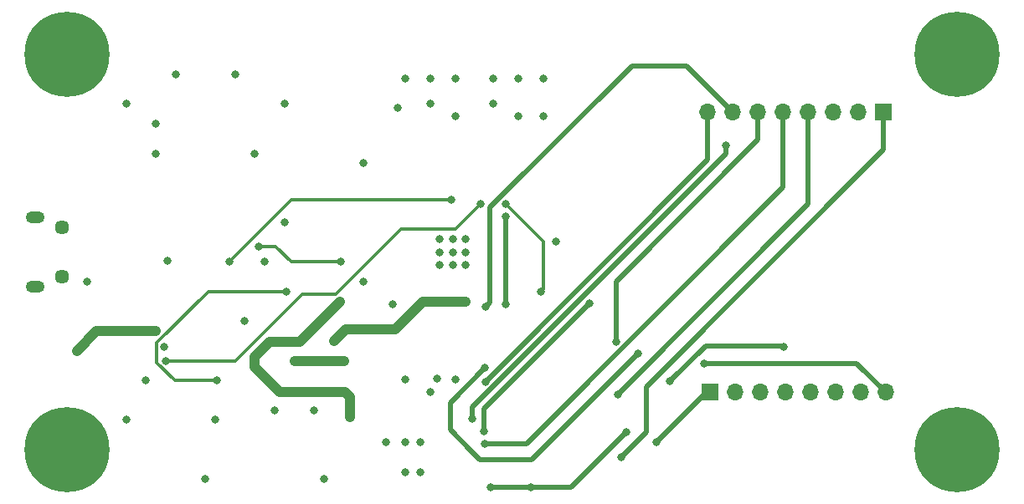
<source format=gbr>
%TF.GenerationSoftware,KiCad,Pcbnew,(5.1.9)-1*%
%TF.CreationDate,2021-03-29T12:12:37-04:00*%
%TF.ProjectId,EEG,4545472e-6b69-4636-9164-5f7063625858,rev?*%
%TF.SameCoordinates,Original*%
%TF.FileFunction,Copper,L4,Bot*%
%TF.FilePolarity,Positive*%
%FSLAX46Y46*%
G04 Gerber Fmt 4.6, Leading zero omitted, Abs format (unit mm)*
G04 Created by KiCad (PCBNEW (5.1.9)-1) date 2021-03-29 12:12:37*
%MOMM*%
%LPD*%
G01*
G04 APERTURE LIST*
%TA.AperFunction,ComponentPad*%
%ADD10C,0.900000*%
%TD*%
%TA.AperFunction,ComponentPad*%
%ADD11C,8.600000*%
%TD*%
%TA.AperFunction,ComponentPad*%
%ADD12C,1.450000*%
%TD*%
%TA.AperFunction,ComponentPad*%
%ADD13O,1.900000X1.200000*%
%TD*%
%TA.AperFunction,ComponentPad*%
%ADD14R,1.700000X1.700000*%
%TD*%
%TA.AperFunction,ComponentPad*%
%ADD15O,1.700000X1.700000*%
%TD*%
%TA.AperFunction,ViaPad*%
%ADD16C,0.800000*%
%TD*%
%TA.AperFunction,Conductor*%
%ADD17C,1.000000*%
%TD*%
%TA.AperFunction,Conductor*%
%ADD18C,0.500000*%
%TD*%
%TA.AperFunction,Conductor*%
%ADD19C,0.300000*%
%TD*%
G04 APERTURE END LIST*
D10*
%TO.P,H1,1*%
%TO.N,GND*%
X110280419Y-67719581D03*
X108000000Y-66775000D03*
X105719581Y-67719581D03*
X104775000Y-70000000D03*
X105719581Y-72280419D03*
X108000000Y-73225000D03*
X110280419Y-72280419D03*
X111225000Y-70000000D03*
D11*
X108000000Y-70000000D03*
%TD*%
D12*
%TO.P,J1,6*%
%TO.N,Net-(J1-Pad6)*%
X107462500Y-87500000D03*
X107462500Y-92500000D03*
D13*
X104762500Y-86500000D03*
X104762500Y-93500000D03*
%TD*%
D10*
%TO.P,H4,1*%
%TO.N,GND*%
X110280419Y-107719581D03*
X108000000Y-106775000D03*
X105719581Y-107719581D03*
X104775000Y-110000000D03*
X105719581Y-112280419D03*
X108000000Y-113225000D03*
X110280419Y-112280419D03*
X111225000Y-110000000D03*
D11*
X108000000Y-110000000D03*
%TD*%
D10*
%TO.P,H3,1*%
%TO.N,GND*%
X200280419Y-67719581D03*
X198000000Y-66775000D03*
X195719581Y-67719581D03*
X194775000Y-70000000D03*
X195719581Y-72280419D03*
X198000000Y-73225000D03*
X200280419Y-72280419D03*
X201225000Y-70000000D03*
D11*
X198000000Y-70000000D03*
%TD*%
D10*
%TO.P,H2,1*%
%TO.N,GND*%
X200280419Y-107719581D03*
X198000000Y-106775000D03*
X195719581Y-107719581D03*
X194775000Y-110000000D03*
X195719581Y-112280419D03*
X198000000Y-113225000D03*
X200280419Y-112280419D03*
X201225000Y-110000000D03*
D11*
X198000000Y-110000000D03*
%TD*%
D14*
%TO.P,J2,1*%
%TO.N,DIG4*%
X173000000Y-104200000D03*
D15*
%TO.P,J2,2*%
%TO.N,DIG6*%
X175540000Y-104200000D03*
%TO.P,J2,3*%
%TO.N,SEGA*%
X178080000Y-104200000D03*
%TO.P,J2,4*%
%TO.N,SEGB*%
X180620000Y-104200000D03*
%TO.P,J2,5*%
%TO.N,DIG7*%
X183160000Y-104200000D03*
%TO.P,J2,6*%
%TO.N,SEGD*%
X185700000Y-104200000D03*
%TO.P,J2,7*%
%TO.N,DIG5*%
X188240000Y-104200000D03*
%TO.P,J2,8*%
%TO.N,DIG2*%
X190780000Y-104200000D03*
%TD*%
%TO.P,J3,8*%
%TO.N,SEGG*%
X172820000Y-75800000D03*
%TO.P,J3,7*%
%TO.N,SEGF*%
X175360000Y-75800000D03*
%TO.P,J3,6*%
%TO.N,DIG1*%
X177900000Y-75800000D03*
%TO.P,J3,5*%
%TO.N,SEGDP*%
X180440000Y-75800000D03*
%TO.P,J3,4*%
%TO.N,DIG3*%
X182980000Y-75800000D03*
%TO.P,J3,3*%
%TO.N,SEGE*%
X185520000Y-75800000D03*
%TO.P,J3,2*%
%TO.N,SEGC*%
X188060000Y-75800000D03*
D14*
%TO.P,J3,1*%
%TO.N,DIG0*%
X190600000Y-75800000D03*
%TD*%
D16*
%TO.N,GND*%
X110000000Y-93000000D03*
X116000000Y-103000000D03*
X117835680Y-99560380D03*
X114000000Y-107000000D03*
X122000000Y-113000000D03*
X123000000Y-107000000D03*
X134000000Y-113000000D03*
X133000000Y-106000000D03*
X129000000Y-106000000D03*
X125969669Y-96969669D03*
X128000000Y-91000000D03*
X114000000Y-75000000D03*
X119000000Y-72000000D03*
X130000000Y-75000000D03*
X138000000Y-81000000D03*
X117000000Y-77000000D03*
X144780000Y-74930000D03*
X144780000Y-72390000D03*
X151130000Y-74930000D03*
X151130000Y-72390000D03*
X156210000Y-76200000D03*
X156210000Y-72390000D03*
X157480000Y-88900000D03*
X140970000Y-95250000D03*
X142240000Y-102870000D03*
X164592000Y-108204000D03*
X150876000Y-113792000D03*
X143764000Y-112268000D03*
X142240000Y-112268000D03*
X154900000Y-113792000D03*
X118200000Y-90900000D03*
X147000000Y-90000000D03*
X148300000Y-90000000D03*
X145700000Y-90000000D03*
X145700000Y-91300000D03*
X147000000Y-91300000D03*
X148300000Y-91300000D03*
X145700000Y-88700000D03*
X147000000Y-88700000D03*
X148300000Y-88700000D03*
%TO.N,+3V3*%
X109000000Y-100000000D03*
X138000000Y-93000000D03*
X125000000Y-72000000D03*
X117000000Y-80000000D03*
X127000000Y-80000000D03*
X130000000Y-87000000D03*
X117000000Y-98000000D03*
X141437500Y-75397500D03*
X142240000Y-72390000D03*
X147320000Y-76200000D03*
X147320000Y-72390000D03*
X153670000Y-76200000D03*
X153670000Y-72390000D03*
X144780000Y-104140000D03*
X147320000Y-102870000D03*
X143764000Y-109220000D03*
X142240000Y-109220000D03*
X140250000Y-109250000D03*
X145400000Y-102800000D03*
%TO.N,EN*%
X135636000Y-94996000D03*
X136652000Y-106680000D03*
%TO.N,SEGDP*%
X150225000Y-109425000D03*
%TO.N,SEGB*%
X150250000Y-101750000D03*
X165750000Y-100250000D03*
%TO.N,SEGC*%
X149025000Y-106900000D03*
X174675000Y-79225000D03*
%TO.N,SEGE*%
X150175000Y-108175000D03*
X160800000Y-95225000D03*
%TO.N,SEGF*%
X150368000Y-95504000D03*
%TO.N,SEGG*%
X150368000Y-103124000D03*
%TO.N,DIG0*%
X164084000Y-110744000D03*
%TO.N,DIG1*%
X163576000Y-99060000D03*
%TO.N,DIG2*%
X172400000Y-101300000D03*
%TO.N,DIG3*%
X163700000Y-104400000D03*
%TO.N,DIG4*%
X167640000Y-109220000D03*
%TO.N,DIG7*%
X169000000Y-103100000D03*
X180500000Y-99600000D03*
%TO.N,Net-(Q1-Pad2)*%
X131000000Y-101000000D03*
X136100000Y-101000000D03*
%TO.N,IO0*%
X135000000Y-99000000D03*
X148336000Y-94996000D03*
%TO.N,Net-(Q2-Pad1)*%
X123200000Y-103000000D03*
X130200000Y-94000000D03*
%TO.N,TXD*%
X146900000Y-84700000D03*
X124400000Y-91000000D03*
%TO.N,RXD*%
X118000000Y-101000000D03*
X149860000Y-85090000D03*
%TO.N,Sclk*%
X152400000Y-86360000D03*
X152400000Y-95250000D03*
%TO.N,Data*%
X152404081Y-85094081D03*
X155956000Y-93980000D03*
%TO.N,Net-(D3-Pad2)*%
X135700000Y-91000000D03*
X127400000Y-89400000D03*
%TD*%
D17*
%TO.N,GND*%
X108000000Y-110000000D02*
X111000000Y-110000000D01*
D18*
X159004000Y-113792000D02*
X150876000Y-113792000D01*
X164592000Y-108204000D02*
X159004000Y-113792000D01*
D17*
%TO.N,+3V3*%
X111000000Y-98000000D02*
X109000000Y-100000000D01*
X117000000Y-98000000D02*
X111000000Y-98000000D01*
%TO.N,EN*%
X131531999Y-99100001D02*
X128483999Y-99100001D01*
X135636000Y-94996000D02*
X131531999Y-99100001D01*
X128483999Y-99100001D02*
X127000000Y-100584000D01*
X127000000Y-100584000D02*
X127000000Y-101600000D01*
X127000000Y-101600000D02*
X129540000Y-104140000D01*
X129540000Y-104140000D02*
X136144000Y-104140000D01*
X136144000Y-104140000D02*
X136652000Y-104648000D01*
X136652000Y-104648000D02*
X136652000Y-106680000D01*
D18*
%TO.N,SEGDP*%
X180440000Y-83454002D02*
X180440000Y-75800000D01*
X154469002Y-109425000D02*
X180440000Y-83454002D01*
X150225000Y-109425000D02*
X154469002Y-109425000D01*
%TO.N,SEGB*%
X150250000Y-101750000D02*
X146750000Y-105250000D01*
X146750000Y-105250000D02*
X146750000Y-108000000D01*
X146750000Y-108000000D02*
X149025001Y-110275001D01*
X149025001Y-110275001D02*
X149750000Y-111000000D01*
X155000000Y-111000000D02*
X165750000Y-100250000D01*
X149750000Y-111000000D02*
X155000000Y-111000000D01*
%TO.N,SEGC*%
X174675000Y-80075002D02*
X174675000Y-79225000D01*
X149025000Y-105725002D02*
X174675000Y-80075002D01*
X149025000Y-106900000D02*
X149025000Y-105725002D01*
%TO.N,SEGE*%
X150175000Y-105850000D02*
X160800000Y-95225000D01*
X150175000Y-108175000D02*
X150175000Y-105850000D01*
%TO.N,SEGF*%
X150767999Y-85472161D02*
X165120160Y-71120000D01*
X150767999Y-95104001D02*
X150767999Y-85472161D01*
X150368000Y-95504000D02*
X150767999Y-95104001D01*
X170680000Y-71120000D02*
X175360000Y-75800000D01*
X165120160Y-71120000D02*
X170680000Y-71120000D01*
%TO.N,SEGG*%
X172820000Y-80672000D02*
X172820000Y-75800000D01*
X150368000Y-103124000D02*
X172820000Y-80672000D01*
%TO.N,DIG0*%
X164084000Y-110744000D02*
X166624000Y-108204000D01*
X166624000Y-108204000D02*
X166624000Y-103632000D01*
X190600000Y-79656000D02*
X190600000Y-75800000D01*
X166624000Y-103632000D02*
X190600000Y-79656000D01*
%TO.N,DIG1*%
X163576000Y-99060000D02*
X163576000Y-92964000D01*
X177900000Y-78640000D02*
X177900000Y-75800000D01*
X163576000Y-92964000D02*
X177900000Y-78640000D01*
%TO.N,DIG2*%
X187880000Y-101300000D02*
X190780000Y-104200000D01*
X172400000Y-101300000D02*
X187880000Y-101300000D01*
%TO.N,DIG3*%
X182980000Y-85120000D02*
X182980000Y-75800000D01*
X163700000Y-104400000D02*
X182980000Y-85120000D01*
%TO.N,DIG4*%
X172660000Y-104200000D02*
X173000000Y-104200000D01*
X167640000Y-109220000D02*
X172660000Y-104200000D01*
%TO.N,DIG7*%
X169000000Y-103100000D02*
X172600000Y-99500000D01*
X180400000Y-99500000D02*
X180500000Y-99600000D01*
X172600000Y-99500000D02*
X180400000Y-99500000D01*
D17*
%TO.N,Net-(Q1-Pad2)*%
X131000000Y-101000000D02*
X136000000Y-101000000D01*
D19*
X136000000Y-101000000D02*
X136100000Y-101000000D01*
D17*
%TO.N,IO0*%
X136200009Y-97799991D02*
X141200009Y-97799991D01*
X135000000Y-99000000D02*
X136200009Y-97799991D01*
X141200009Y-97799991D02*
X144000000Y-95000000D01*
X148332000Y-95000000D02*
X148336000Y-94996000D01*
X144000000Y-95000000D02*
X148332000Y-95000000D01*
D19*
%TO.N,Net-(Q2-Pad1)*%
X122286058Y-94000000D02*
X130200000Y-94000000D01*
X117085679Y-99200379D02*
X122286058Y-94000000D01*
X117085679Y-101195681D02*
X117085679Y-99200379D01*
X118889998Y-103000000D02*
X117085679Y-101195681D01*
X123200000Y-103000000D02*
X118889998Y-103000000D01*
%TO.N,TXD*%
X130700000Y-84700000D02*
X146900000Y-84700000D01*
X124400000Y-91000000D02*
X130700000Y-84700000D01*
%TO.N,RXD*%
X135179895Y-94250011D02*
X141799906Y-87630000D01*
X132131894Y-94250011D02*
X135179895Y-94250011D01*
X141799906Y-87630000D02*
X147320000Y-87630000D01*
X147320000Y-87630000D02*
X149860000Y-85090000D01*
X131809989Y-94250011D02*
X132080000Y-94250011D01*
X118000000Y-101000000D02*
X125060000Y-101000000D01*
X125730000Y-100330000D02*
X131809989Y-94250011D01*
X125060000Y-101000000D02*
X125730000Y-100330000D01*
X125381905Y-100678095D02*
X125730000Y-100330000D01*
D18*
%TO.N,Sclk*%
X152400000Y-86360000D02*
X152400000Y-95250000D01*
D19*
%TO.N,Data*%
X152404081Y-85094081D02*
X154940000Y-87630000D01*
X154940000Y-87630000D02*
X156210000Y-88900000D01*
X156210000Y-93726000D02*
X155956000Y-93980000D01*
X156210000Y-88900000D02*
X156210000Y-93726000D01*
%TO.N,Net-(D3-Pad2)*%
X135700000Y-91000000D02*
X130700000Y-91000000D01*
X129100000Y-89400000D02*
X127400000Y-89400000D01*
X130700000Y-91000000D02*
X129100000Y-89400000D01*
%TD*%
M02*

</source>
